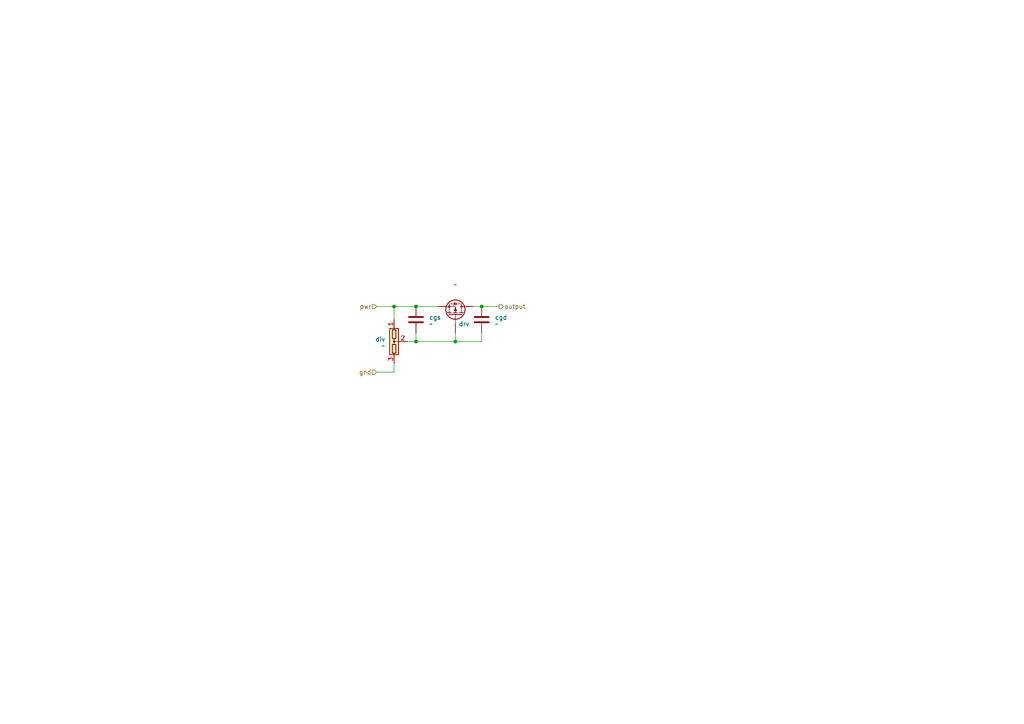
<source format=kicad_sch>
(kicad_sch (version 20231120) (generator "eeschema") (generator_version "8.0")
  (paper "A4")
  (lib_symbols
    (symbol "Device:C" (pin_numbers hide) (pin_names (offset 0.254))
      (property "Reference" "C" (at 0.635 2.54 0))
      (property "Value" "C" (at 0.635 -2.54 0))
      (symbol "C_0_1"
        (polyline (pts (xy -2.032 -0.762) (xy 2.032 -0.762)) (stroke (width 0.508)))
        (polyline (pts (xy -2.032 0.762) (xy 2.032 0.762)) (stroke (width 0.508)))
      )
      (symbol "C_1_1"
        (pin passive line (at 0 3.81 270) (length 2.794) (name "~") (number "1"))
        (pin passive line (at 0 -3.81 90) (length 2.794) (name "~") (number "2"))
      )
    )
    (symbol "Device:Q_PMOS_DGS" (pin_numbers hide) (pin_names (offset 0) hide)
      (property "Reference" "Q" (at 5.08 1.27 0))
      (property "Value" "Q_PMOS_DGS" (at 5.08 -1.27 0))
      (symbol "Q_PMOS_DGS_0_1"
        (polyline (pts (xy 0.254 0) (xy -2.54 0)))
        (polyline (pts (xy 0.254 1.905) (xy 0.254 -1.905)) (stroke (width 0.254)))
        (polyline (pts (xy 0.762 -1.27) (xy 0.762 -2.286)) (stroke (width 0.254)))
        (polyline (pts (xy 0.762 0.508) (xy 0.762 -0.508)) (stroke (width 0.254)))
        (polyline (pts (xy 0.762 2.286) (xy 0.762 1.27)) (stroke (width 0.254)))
        (polyline (pts (xy 2.54 2.54) (xy 2.54 1.778)))
        (polyline (pts (xy 2.54 -2.54) (xy 2.54 0) (xy 0.762 0)))
        (polyline (pts (xy 0.762 1.778) (xy 3.302 1.778) (xy 3.302 -1.778) (xy 0.762 -1.778)))
        (polyline (pts (xy 2.286 0) (xy 1.27 0.381) (xy 1.27 -0.381) (xy 2.286 0)) (fill (type outline)))
        (polyline (pts (xy 2.794 -0.508) (xy 2.921 -0.381) (xy 3.683 -0.381) (xy 3.81 -0.254)))
        (polyline (pts (xy 3.302 -0.381) (xy 2.921 0.254) (xy 3.683 0.254) (xy 3.302 -0.381)))
        (circle (center 1.651 0) (radius 2.794) (stroke (width 0.254)))
        (circle (center 2.54 -1.778) (radius 0.254) (fill (type outline)))
        (circle (center 2.54 1.778) (radius 0.254) (fill (type outline)))
      )
      (symbol "Q_PMOS_DGS_1_1"
        (pin passive line (at 2.54 5.08 270) (length 2.54) (name "D") (number "1"))
        (pin input line (at -5.08 0 0) (length 2.54) (name "G") (number "2"))
        (pin passive line (at 2.54 -5.08 90) (length 2.54) (name "S") (number "3"))
      )
    )
    (symbol "Device:VoltageDivider" (pin_names (offset 0) hide)
      (property "Reference" "RN" (at -4.445 0 90))
      (property "Value" "VoltageDivider" (at -2.54 0 90))
      (symbol "VoltageDivider_0_1"
        (rectangle (start -1.27 -3.81) (end 1.27 3.81) (stroke (width 0.254)) (fill (type background)))
        (rectangle (start -0.508 -3.3782) (end 0.508 -0.8382) (stroke (width 0.254)))
        (rectangle (start -0.508 3.3782) (end 0.508 0.8382) (stroke (width 0.254)))
        (polyline (pts (xy 0 -5.08) (xy 0 -3.429)))
        (polyline (pts (xy 0 0.889) (xy 0 -0.889)))
        (polyline (pts (xy 0 5.08) (xy 0 3.3782)))
        (polyline (pts (xy 1.27 0) (xy 0 0)))
        (circle (center 0 0.0254) (radius 0.254) (fill (type outline)))
      )
      (symbol "VoltageDivider_1_1"
        (pin passive line (at 0 6.35 270) (length 2.54) (name "~") (number "1"))
        (pin passive line (at 3.81 0 180) (length 2.54) (name "~") (number "2"))
        (pin passive line (at 0 -6.35 90) (length 2.54) (name "~") (number "3"))
      )
    )
  )
  (junction (at 120.65 99.06))
  (junction (at 114.3 88.9))
  (junction (at 139.7 88.9))
  (junction (at 120.65 88.9))
  (junction (at 132.08 99.06))
  (wire (pts (xy 139.7 88.9) (xy 144.78 88.9)))
  (wire (pts (xy 137.16 88.9) (xy 139.7 88.9)))
  (wire (pts (xy 132.08 99.06) (xy 139.7 99.06)))
  (wire (pts (xy 132.08 99.06) (xy 132.08 96.52)))
  (wire (pts (xy 120.65 88.9) (xy 127 88.9)))
  (wire (pts (xy 114.3 107.95) (xy 114.3 105.41)))
  (wire (pts (xy 109.22 88.9) (xy 114.3 88.9)))
  (wire (pts (xy 114.3 88.9) (xy 120.65 88.9)))
  (wire (pts (xy 120.65 96.52) (xy 120.65 99.06)))
  (wire (pts (xy 118.11 99.06) (xy 120.65 99.06)))
  (wire (pts (xy 114.3 88.9) (xy 114.3 92.71)))
  (wire (pts (xy 139.7 99.06) (xy 139.7 96.52)))
  (wire (pts (xy 109.22 107.95) (xy 114.3 107.95)))
  (wire (pts (xy 120.65 99.06) (xy 132.08 99.06)))
  (hierarchical_label "pwr" (shape input) (at 109.22 88.9 180))
  (hierarchical_label "output" (shape output) (at 144.78 88.9 0))
  (hierarchical_label "gnd" (shape input) (at 109.22 107.95 180))
  (symbol (lib_id "Device:VoltageDivider") (at 114.3 99.06 0) (unit 1)
    (property "Reference" "div" (at 111.76 98.4249 0) (effects (justify right)))
    (property "Value" "~" (at 111.76 100.33 0) (effects (justify right)))
    (property "Description" "Voltage divider" (effects (hide yes)))
  )
  (symbol (lib_id "Device:C") (at 139.7 92.71 0) (unit 1)
    (property "Reference" "cgd" (at 143.51 92.0749 0) (effects (justify left)))
    (property "Value" "~" (at 143.51 93.98 0) (effects (justify left)))
    (property "Description" "Unpolarized capacitor" (effects (hide yes)))
  )
  (symbol (lib_id "Device:C") (at 120.65 92.71 0) (unit 1)
    (property "Reference" "cgs" (at 124.46 92.0749 0) (effects (justify left)))
    (property "Value" "~" (at 124.46 93.98 0) (effects (justify left)))
    (property "Description" "Unpolarized capacitor" (effects (hide yes)))
  )
  (symbol (lib_id "Device:Q_PMOS_DGS") (at 132.08 91.44 270) (mirror x) (unit 1)
    (property "Reference" "drv" (at 134.62 93.98 90))
    (property "Value" "~" (at 132.08 82.55 90))
  )
)
</source>
